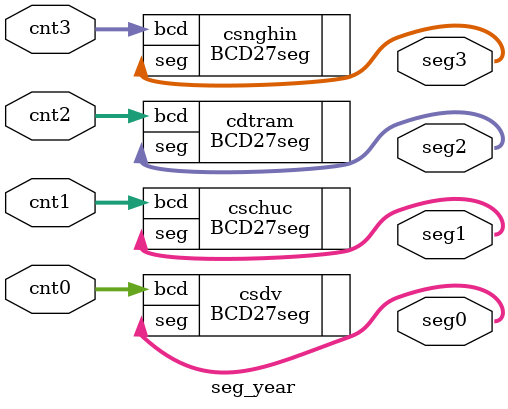
<source format=v>
module seg_year (
    input [3:0] cnt3, cnt2, cnt1, cnt0,
    output [6:0] seg3, seg2, seg1, seg0
);
    BCD27seg csnghin(
        .bcd(cnt3),
        .seg(seg3)
    );

    BCD27seg cdtram(
        .bcd(cnt2),
        .seg(seg2)
    );

    BCD27seg cschuc(
        .bcd(cnt1),
        .seg(seg1)
    );

    BCD27seg csdv(
        .bcd(cnt0),
        .seg(seg0)
    );
endmodule
</source>
